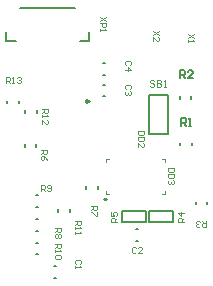
<source format=gto>
G04 Layer_Color=65535*
%FSLAX25Y25*%
%MOIN*%
G70*
G01*
G75*
%ADD28C,0.00984*%
%ADD29C,0.01000*%
%ADD30C,0.00787*%
%ADD31C,0.00394*%
%ADD32C,0.00400*%
%ADD33C,0.00500*%
D28*
X539468Y304921D02*
X538730Y305347D01*
Y304495D01*
X539468Y304921D01*
D29*
X545138Y272146D02*
X544429D01*
X545138D01*
D30*
X521850Y261713D02*
X522638D01*
X521850Y265650D02*
X522638D01*
X516240Y304331D02*
Y305118D01*
X512303Y304331D02*
Y305118D01*
X518209Y301083D02*
Y301870D01*
X522146Y301083D02*
Y301870D01*
X521752Y269587D02*
X522539D01*
X521752Y273524D02*
X522539D01*
X521850Y257776D02*
X522638D01*
X521850Y253839D02*
X522638D01*
X527953Y249902D02*
X528740D01*
X527953Y245965D02*
X528740D01*
X529331Y268110D02*
Y268898D01*
X533268Y268110D02*
Y268898D01*
X579035Y270669D02*
Y271457D01*
X575098Y270669D02*
Y271457D01*
X562008Y294094D02*
X566043D01*
Y306890D01*
X559744D02*
X566043D01*
X559744Y294094D02*
Y306890D01*
Y294094D02*
X562008D01*
X555217Y258268D02*
X556004D01*
X555217Y262205D02*
X556004D01*
X544193Y310433D02*
X544980D01*
X544193Y306496D02*
X544980D01*
X544193Y317717D02*
X544980D01*
X544193Y313779D02*
X544980D01*
X573917Y290158D02*
Y290945D01*
X569980Y290158D02*
Y290945D01*
X573721Y305709D02*
Y306496D01*
X569783Y305709D02*
Y306496D01*
X559744Y264469D02*
X567618D01*
Y268406D01*
X559744Y264469D02*
Y268406D01*
X567618D01*
X550591Y264469D02*
X558465D01*
Y268406D01*
X550591Y264469D02*
Y268406D01*
X558465D01*
X522047Y289764D02*
Y290551D01*
X518110Y289764D02*
Y290551D01*
X538484Y275787D02*
Y276575D01*
X542421Y275787D02*
Y276575D01*
X516732Y335925D02*
X534842D01*
X536417Y325000D02*
X539567D01*
Y328051D01*
X512008Y325000D02*
X515158D01*
X512008D02*
Y328051D01*
D31*
X545177Y273819D02*
X546260D01*
X545177D02*
Y274803D01*
Y285630D02*
X546161D01*
X545177Y284646D02*
Y285630D01*
X563976Y273819D02*
X564862D01*
Y274803D01*
Y284646D02*
Y285630D01*
X563976D02*
X564862D01*
X561358Y311629D02*
X560965Y312023D01*
X560178D01*
X559784Y311629D01*
Y311236D01*
X560178Y310842D01*
X560965D01*
X561358Y310449D01*
Y310055D01*
X560965Y309661D01*
X560178D01*
X559784Y310055D01*
X562146Y312023D02*
Y309661D01*
X563326D01*
X563720Y310055D01*
Y310449D01*
X563326Y310842D01*
X562146D01*
X563326D01*
X563720Y311236D01*
Y311629D01*
X563326Y312023D01*
X562146D01*
X564507Y309661D02*
X565294D01*
X564901D01*
Y312023D01*
X564507Y311629D01*
D32*
X536607Y250636D02*
X536940Y250969D01*
Y251635D01*
X536607Y251969D01*
X535274D01*
X534941Y251635D01*
Y250969D01*
X535274Y250636D01*
X534941Y249969D02*
Y249303D01*
Y249636D01*
X536940D01*
X536607Y249969D01*
X555368Y255997D02*
X555035Y256330D01*
X554369D01*
X554035Y255997D01*
Y254664D01*
X554369Y254331D01*
X555035D01*
X555368Y254664D01*
X557368Y254331D02*
X556035D01*
X557368Y255664D01*
Y255997D01*
X557034Y256330D01*
X556368D01*
X556035Y255997D01*
X553202Y309132D02*
X553535Y309465D01*
Y310131D01*
X553202Y310465D01*
X551869D01*
X551535Y310131D01*
Y309465D01*
X551869Y309132D01*
X553202Y308465D02*
X553535Y308132D01*
Y307466D01*
X553202Y307132D01*
X552868D01*
X552535Y307466D01*
Y307799D01*
Y307466D01*
X552202Y307132D01*
X551869D01*
X551535Y307466D01*
Y308132D01*
X551869Y308465D01*
X553253Y316915D02*
X553586Y317248D01*
Y317915D01*
X553253Y318248D01*
X551920D01*
X551587Y317915D01*
Y317248D01*
X551920Y316915D01*
X551587Y315249D02*
X553586D01*
X552586Y316249D01*
Y314916D01*
X558003Y294882D02*
X556004D01*
Y293882D01*
X556337Y293549D01*
X557670D01*
X558003Y293882D01*
Y294882D01*
Y292882D02*
X556004D01*
Y291883D01*
X556337Y291550D01*
X557670D01*
X558003Y291883D01*
Y292882D01*
X556004Y289550D02*
Y290883D01*
X557337Y289550D01*
X557670D01*
X558003Y289883D01*
Y290550D01*
X557670Y290883D01*
X567799Y282700D02*
X565800D01*
Y281700D01*
X566133Y281367D01*
X567466D01*
X567799Y281700D01*
Y282700D01*
Y280701D02*
X565800D01*
Y279701D01*
X566133Y279368D01*
X567466D01*
X567799Y279701D01*
Y280701D01*
X567466Y278701D02*
X567799Y278368D01*
Y277702D01*
X567466Y277368D01*
X567133D01*
X566800Y277702D01*
Y278035D01*
Y277702D01*
X566466Y277368D01*
X566133D01*
X565800Y277702D01*
Y278368D01*
X566133Y278701D01*
X578642Y265059D02*
Y263060D01*
X577642D01*
X577309Y263393D01*
Y264059D01*
X577642Y264393D01*
X578642D01*
X577975D02*
X577309Y265059D01*
X576642Y263393D02*
X576309Y263060D01*
X575643D01*
X575310Y263393D01*
Y263726D01*
X575643Y264059D01*
X575976D01*
X575643D01*
X575310Y264393D01*
Y264726D01*
X575643Y265059D01*
X576309D01*
X576642Y264726D01*
X571260Y264665D02*
X569261D01*
Y265665D01*
X569594Y265998D01*
X570260D01*
X570593Y265665D01*
Y264665D01*
Y265332D02*
X571260Y265998D01*
Y267664D02*
X569261D01*
X570260Y266665D01*
Y267998D01*
X548917Y264764D02*
X546918D01*
Y265763D01*
X547251Y266097D01*
X547918D01*
X548251Y265763D01*
Y264764D01*
Y265430D02*
X548917Y266097D01*
X546918Y268096D02*
Y266763D01*
X547918D01*
X547584Y267430D01*
Y267763D01*
X547918Y268096D01*
X548584D01*
X548917Y267763D01*
Y267096D01*
X548584Y266763D01*
X523425Y288779D02*
X525424D01*
Y287780D01*
X525091Y287447D01*
X524425D01*
X524092Y287780D01*
Y288779D01*
Y288113D02*
X523425Y287447D01*
X525424Y285447D02*
X525091Y286114D01*
X524425Y286780D01*
X523758D01*
X523425Y286447D01*
Y285781D01*
X523758Y285447D01*
X524092D01*
X524425Y285781D01*
Y286780D01*
X540100Y270000D02*
X542099D01*
Y269000D01*
X541766Y268667D01*
X541100D01*
X540766Y269000D01*
Y270000D01*
Y269334D02*
X540100Y268667D01*
X542099Y268001D02*
Y266668D01*
X541766D01*
X540433Y268001D01*
X540100D01*
X528346Y262598D02*
X530346D01*
Y261599D01*
X530013Y261265D01*
X529346D01*
X529013Y261599D01*
Y262598D01*
Y261932D02*
X528346Y261265D01*
X530013Y260599D02*
X530346Y260266D01*
Y259599D01*
X530013Y259266D01*
X529679D01*
X529346Y259599D01*
X529013Y259266D01*
X528680D01*
X528346Y259599D01*
Y260266D01*
X528680Y260599D01*
X529013D01*
X529346Y260266D01*
X529679Y260599D01*
X530013D01*
X529346Y260266D02*
Y259599D01*
X523746Y274826D02*
Y276825D01*
X524746D01*
X525079Y276492D01*
Y275826D01*
X524746Y275493D01*
X523746D01*
X524413D02*
X525079Y274826D01*
X525746Y275159D02*
X526079Y274826D01*
X526745D01*
X527079Y275159D01*
Y276492D01*
X526745Y276825D01*
X526079D01*
X525746Y276492D01*
Y276159D01*
X526079Y275826D01*
X527079D01*
X528346Y257283D02*
X530346D01*
Y256284D01*
X530013Y255951D01*
X529346D01*
X529013Y256284D01*
Y257283D01*
Y256617D02*
X528346Y255951D01*
Y255284D02*
Y254618D01*
Y254951D01*
X530346D01*
X530013Y255284D01*
Y253618D02*
X530346Y253285D01*
Y252618D01*
X530013Y252285D01*
X528680D01*
X528346Y252618D01*
Y253285D01*
X528680Y253618D01*
X530013D01*
X534800Y265000D02*
X536799D01*
Y264000D01*
X536466Y263667D01*
X535800D01*
X535466Y264000D01*
Y265000D01*
Y264334D02*
X534800Y263667D01*
Y263001D02*
Y262334D01*
Y262667D01*
X536799D01*
X536466Y263001D01*
X534800Y261334D02*
Y260668D01*
Y261001D01*
X536799D01*
X536466Y261334D01*
X523819Y302461D02*
X525818D01*
Y301461D01*
X525485Y301128D01*
X524819D01*
X524485Y301461D01*
Y302461D01*
Y301794D02*
X523819Y301128D01*
Y300461D02*
Y299795D01*
Y300128D01*
X525818D01*
X525485Y300461D01*
X523819Y297462D02*
Y298795D01*
X525152Y297462D01*
X525485D01*
X525818Y297796D01*
Y298462D01*
X525485Y298795D01*
X511811Y311024D02*
Y313023D01*
X512811D01*
X513144Y312690D01*
Y312023D01*
X512811Y311690D01*
X511811D01*
X512477D02*
X513144Y311024D01*
X513810D02*
X514477D01*
X514144D01*
Y313023D01*
X513810Y312690D01*
X515477D02*
X515810Y313023D01*
X516476D01*
X516809Y312690D01*
Y312356D01*
X516476Y312023D01*
X516143D01*
X516476D01*
X516809Y311690D01*
Y311357D01*
X516476Y311024D01*
X515810D01*
X515477Y311357D01*
X574637Y327362D02*
X572638Y326029D01*
X574637D02*
X572638Y327362D01*
Y325363D02*
Y324696D01*
Y325030D01*
X574637D01*
X574304Y325363D01*
X562826Y328248D02*
X560827Y326915D01*
X562826D02*
X560827Y328248D01*
Y324916D02*
Y326249D01*
X562160Y324916D01*
X562493D01*
X562826Y325249D01*
Y325916D01*
X562493Y326249D01*
X545208Y332972D02*
X543209Y331640D01*
X545208D02*
X543209Y332972D01*
Y330973D02*
X545208D01*
Y329973D01*
X544875Y329640D01*
X544208D01*
X543875Y329973D01*
Y330973D01*
X543209Y328974D02*
Y328307D01*
Y328641D01*
X545208D01*
X544875Y328974D01*
D33*
X570280Y296724D02*
Y299224D01*
X571529D01*
X571946Y298807D01*
Y297974D01*
X571529Y297557D01*
X570280D01*
X571113D02*
X571946Y296724D01*
X572779D02*
X573612D01*
X573195D01*
Y299224D01*
X572779Y298807D01*
X569996Y312669D02*
Y315168D01*
X571246D01*
X571662Y314752D01*
Y313919D01*
X571246Y313502D01*
X569996D01*
X570829D02*
X571662Y312669D01*
X574161D02*
X572495D01*
X574161Y314335D01*
Y314752D01*
X573745Y315168D01*
X572912D01*
X572495Y314752D01*
M02*

</source>
